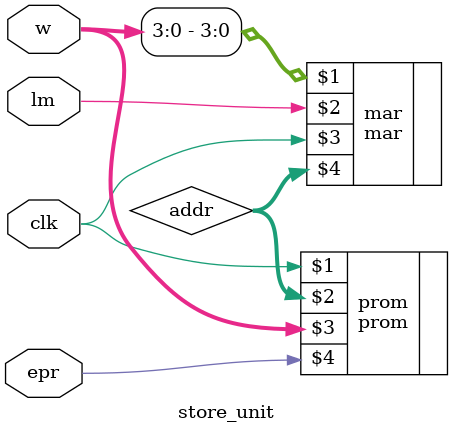
<source format=v>
`timescale 1ns / 1ps


module store_unit(
    input lm,
    input clk,
    input epr,
    inout [7:0]w
    );
wire [15:0]addr;
mar mar(w[3:0],lm,clk,addr);
prom prom(clk,addr,w,epr);
 
endmodule

</source>
